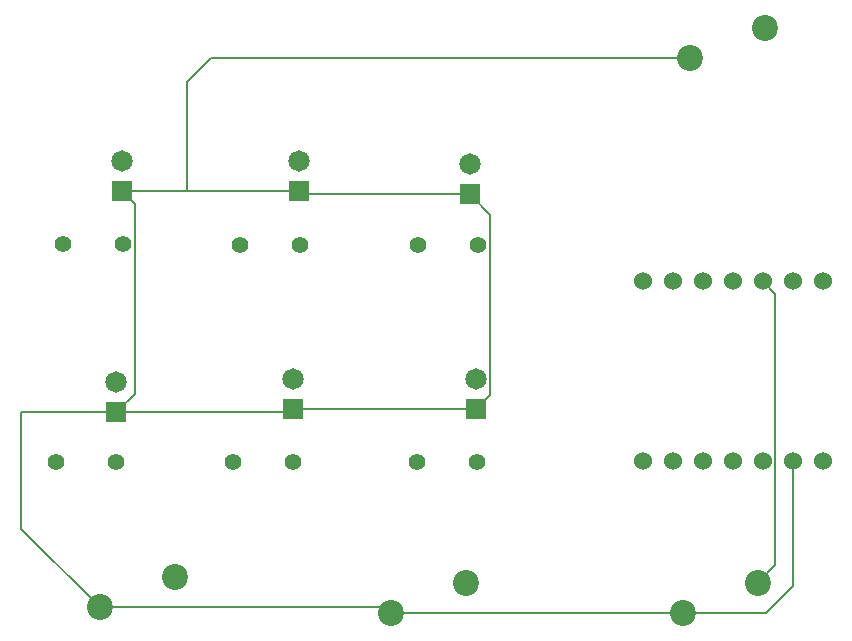
<source format=gbr>
%TF.GenerationSoftware,KiCad,Pcbnew,9.0.2*%
%TF.CreationDate,2025-07-04T23:43:28-04:00*%
%TF.ProjectId,pathfinder,70617468-6669-46e6-9465-722e6b696361,rev?*%
%TF.SameCoordinates,Original*%
%TF.FileFunction,Copper,L2,Bot*%
%TF.FilePolarity,Positive*%
%FSLAX46Y46*%
G04 Gerber Fmt 4.6, Leading zero omitted, Abs format (unit mm)*
G04 Created by KiCad (PCBNEW 9.0.2) date 2025-07-04 23:43:28*
%MOMM*%
%LPD*%
G01*
G04 APERTURE LIST*
%TA.AperFunction,ComponentPad*%
%ADD10C,1.524000*%
%TD*%
%TA.AperFunction,ComponentPad*%
%ADD11C,2.200000*%
%TD*%
%TA.AperFunction,ComponentPad*%
%ADD12C,1.400000*%
%TD*%
%TA.AperFunction,ComponentPad*%
%ADD13C,1.815000*%
%TD*%
%TA.AperFunction,ComponentPad*%
%ADD14R,1.815000X1.815000*%
%TD*%
%TA.AperFunction,Conductor*%
%ADD15C,0.200000*%
%TD*%
G04 APERTURE END LIST*
D10*
%TO.P,U1,14,VBUS*%
%TO.N,unconnected-(U1-VBUS-Pad14)*%
X127851500Y-84120000D03*
%TO.P,U1,13,GND*%
%TO.N,GND*%
X125311500Y-84120000D03*
%TO.P,U1,12,3V3*%
%TO.N,unconnected-(U1-3V3-Pad12)*%
X122771500Y-84120000D03*
%TO.P,U1,11,GPIO3/MOSI*%
%TO.N,unconnected-(U1-GPIO3{slash}MOSI-Pad11)*%
X120231500Y-84120000D03*
%TO.P,U1,10,GPIO4/MISO*%
%TO.N,LED1*%
X117691500Y-84120000D03*
%TO.P,U1,9,GPIO2/SCK*%
%TO.N,LED2*%
X115151500Y-84120000D03*
%TO.P,U1,8,GPIO1/RX*%
%TO.N,LED3*%
X112611500Y-84120000D03*
%TO.P,U1,7,GPIO0/TX*%
%TO.N,button4*%
X112611500Y-68880000D03*
%TO.P,U1,6,GPIO7/SCL*%
%TO.N,LED6*%
X115151500Y-68880000D03*
%TO.P,U1,5,GPIO6/SDA*%
%TO.N,LED5*%
X117691500Y-68880000D03*
%TO.P,U1,4,GPIO29/ADC3/A3*%
%TO.N,LED4*%
X120231500Y-68880000D03*
%TO.P,U1,3,GPIO28/ADC2/A2*%
%TO.N,button3*%
X122771500Y-68880000D03*
%TO.P,U1,2,GPIO27/ADC1/A1*%
%TO.N,button2*%
X125311500Y-68880000D03*
%TO.P,U1,1,GPIO26/ADC0/A0*%
%TO.N,button1*%
X127851500Y-68880000D03*
%TD*%
D11*
%TO.P,SW4,2,2*%
%TO.N,GND*%
X116610000Y-49960000D03*
%TO.P,SW4,1,1*%
%TO.N,button4*%
X122960000Y-47420000D03*
%TD*%
D12*
%TO.P,R4,1*%
%TO.N,Net-(D4-PadA)*%
X68576979Y-65770000D03*
%TO.P,R4,2*%
%TO.N,LED4*%
X63496979Y-65770000D03*
%TD*%
D13*
%TO.P,D2,A*%
%TO.N,Net-(D2-PadA)*%
X83000000Y-77190000D03*
D14*
%TO.P,D2,C*%
%TO.N,GND*%
X83000000Y-79730000D03*
%TD*%
D12*
%TO.P,R5,1*%
%TO.N,Net-(D5-PadA)*%
X83602638Y-65810000D03*
%TO.P,R5,2*%
%TO.N,LED5*%
X78522638Y-65810000D03*
%TD*%
D13*
%TO.P,D3,A*%
%TO.N,Net-(D3-PadA)*%
X98500000Y-77190000D03*
D14*
%TO.P,D3,C*%
%TO.N,GND*%
X98500000Y-79730000D03*
%TD*%
D13*
%TO.P,D4,A*%
%TO.N,Net-(D4-PadA)*%
X68500000Y-58730000D03*
D14*
%TO.P,D4,C*%
%TO.N,GND*%
X68500000Y-61270000D03*
%TD*%
D11*
%TO.P,SW2,1,1*%
%TO.N,button2*%
X97653333Y-94420000D03*
%TO.P,SW2,2,2*%
%TO.N,GND*%
X91303333Y-96960000D03*
%TD*%
D12*
%TO.P,R1,1*%
%TO.N,Net-(D1-PadA)*%
X68000000Y-84230000D03*
%TO.P,R1,2*%
%TO.N,LED1*%
X62920000Y-84230000D03*
%TD*%
%TO.P,R2,1*%
%TO.N,Net-(D2-PadA)*%
X83025660Y-84230000D03*
%TO.P,R2,2*%
%TO.N,LED2*%
X77945660Y-84230000D03*
%TD*%
D13*
%TO.P,D1,A*%
%TO.N,Net-(D1-PadA)*%
X68000000Y-77460000D03*
D14*
%TO.P,D1,C*%
%TO.N,GND*%
X68000000Y-80000000D03*
%TD*%
D11*
%TO.P,SW1,1,1*%
%TO.N,button1*%
X72960000Y-93920000D03*
%TO.P,SW1,2,2*%
%TO.N,GND*%
X66610000Y-96460000D03*
%TD*%
D13*
%TO.P,D5,A*%
%TO.N,Net-(D5-PadA)*%
X83500000Y-58730000D03*
D14*
%TO.P,D5,C*%
%TO.N,GND*%
X83500000Y-61270000D03*
%TD*%
D12*
%TO.P,R6,1*%
%TO.N,Net-(D6-PadA)*%
X98628298Y-65850000D03*
%TO.P,R6,2*%
%TO.N,LED6*%
X93548298Y-65850000D03*
%TD*%
%TO.P,R3,1*%
%TO.N,Net-(D3-PadA)*%
X98540000Y-84230000D03*
%TO.P,R3,2*%
%TO.N,LED3*%
X93460000Y-84230000D03*
%TD*%
D13*
%TO.P,D6,A*%
%TO.N,Net-(D6-PadA)*%
X98000000Y-59000000D03*
D14*
%TO.P,D6,C*%
%TO.N,GND*%
X98000000Y-61540000D03*
%TD*%
D11*
%TO.P,SW3,1,1*%
%TO.N,button3*%
X122346667Y-94420000D03*
%TO.P,SW3,2,2*%
%TO.N,GND*%
X115996667Y-96960000D03*
%TD*%
D15*
%TO.N,button3*%
X123834500Y-69943000D02*
X122771500Y-68880000D01*
X123834500Y-92932167D02*
X123834500Y-69943000D01*
X122346667Y-94420000D02*
X123834500Y-92932167D01*
%TO.N,GND*%
X123040000Y-96960000D02*
X125311500Y-94688500D01*
X125311500Y-94688500D02*
X125311500Y-84120000D01*
X115996667Y-96960000D02*
X123040000Y-96960000D01*
X115996667Y-96960000D02*
X91303333Y-96960000D01*
X90803333Y-96460000D02*
X66610000Y-96460000D01*
X91303333Y-96960000D02*
X90803333Y-96460000D01*
X60000000Y-80000000D02*
X74000000Y-80000000D01*
X60000000Y-89850000D02*
X60000000Y-80000000D01*
X66610000Y-96460000D02*
X60000000Y-89850000D01*
X74000000Y-52000000D02*
X74000000Y-61270000D01*
X83500000Y-61270000D02*
X74000000Y-61270000D01*
X76040000Y-49960000D02*
X74000000Y-52000000D01*
X116610000Y-49960000D02*
X76040000Y-49960000D01*
X74000000Y-80000000D02*
X82730000Y-80000000D01*
X83000000Y-79730000D02*
X90000000Y-79730000D01*
X99708500Y-63248500D02*
X98000000Y-61540000D01*
X98500000Y-79730000D02*
X99708500Y-78521500D01*
X99708500Y-78521500D02*
X99708500Y-63248500D01*
X90000000Y-79730000D02*
X98500000Y-79730000D01*
X82730000Y-80000000D02*
X83000000Y-79730000D01*
X68000000Y-80000000D02*
X74000000Y-80000000D01*
X69577979Y-78422021D02*
X68000000Y-80000000D01*
X69577979Y-62347979D02*
X69577979Y-78422021D01*
X68500000Y-61270000D02*
X69577979Y-62347979D01*
X74000000Y-61270000D02*
X68500000Y-61270000D01*
X83770000Y-61540000D02*
X83500000Y-61270000D01*
X98000000Y-61540000D02*
X83770000Y-61540000D01*
%TD*%
M02*

</source>
